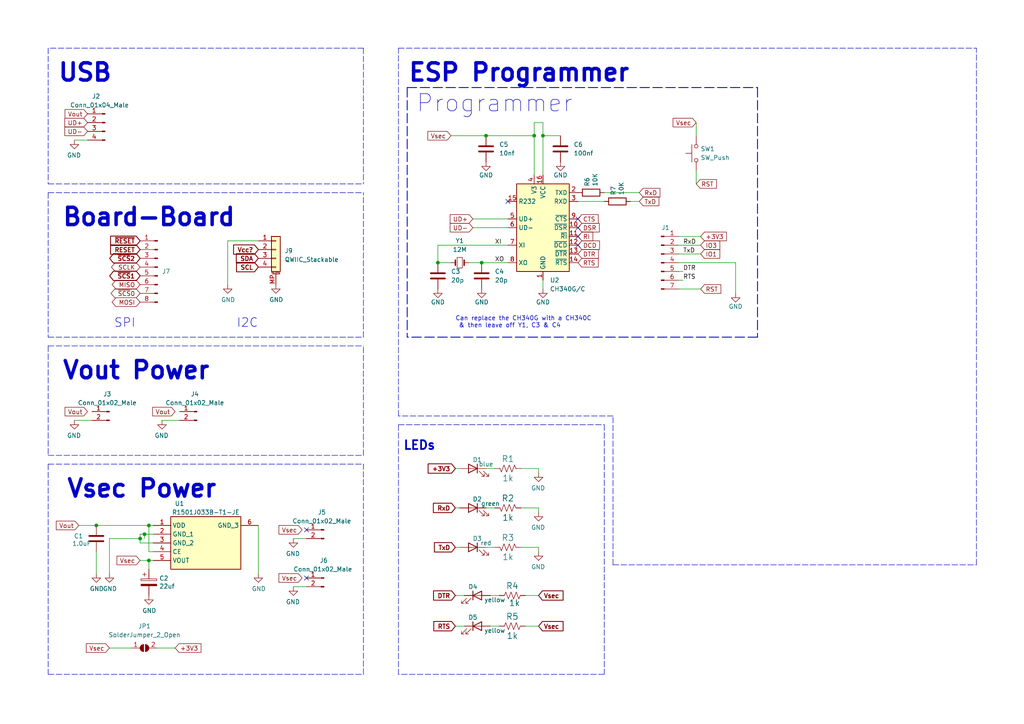
<source format=kicad_sch>
(kicad_sch (version 20211123) (generator eeschema)
  (paper "A4")
  (title_block (title "Programmer") (rev "0.2.4") (company "The Nerd Mage"))
  (lib_symbols
    (symbol "Connector:Conn_01x02_Male" (pin_names (offset 1.016) hide)
      (property "Reference" "J" (at 0 2.54 0))
      (property "Value" "Conn_01x02_Male" (at 0 -5.08 0))
      (symbol "Conn_01x02_Male_1_1"
        (polyline (pts (xy 1.27 -2.54) (xy 0.8636 -2.54)) (stroke (width 0.1524)))
        (polyline (pts (xy 1.27 0) (xy 0.8636 0)) (stroke (width 0.1524)))
        (rectangle (start 0.8636 -2.413) (end 0 -2.667) (stroke (width 0.1524)) (fill (type outline)))
        (rectangle (start 0.8636 0.127) (end 0 -0.127) (stroke (width 0.1524)) (fill (type outline)))
        (pin passive line (at 5.08 0 180) (length 3.81) (name "Pin_1") (number "1"))
        (pin passive line (at 5.08 -2.54 180) (length 3.81) (name "Pin_2") (number "2"))
      )
    )
    (symbol "Connector:Conn_01x04_Male" (pin_names (offset 1.016) hide)
      (property "Reference" "J" (at 0 5.08 0))
      (property "Value" "Conn_01x04_Male" (at 0 -7.62 0))
      (symbol "Conn_01x04_Male_1_1"
        (polyline (pts (xy 1.27 -5.08) (xy 0.8636 -5.08)) (stroke (width 0.1524)))
        (polyline (pts (xy 1.27 -2.54) (xy 0.8636 -2.54)) (stroke (width 0.1524)))
        (polyline (pts (xy 1.27 0) (xy 0.8636 0)) (stroke (width 0.1524)))
        (polyline (pts (xy 1.27 2.54) (xy 0.8636 2.54)) (stroke (width 0.1524)))
        (rectangle (start 0.8636 -4.953) (end 0 -5.207) (stroke (width 0.1524)) (fill (type outline)))
        (rectangle (start 0.8636 -2.413) (end 0 -2.667) (stroke (width 0.1524)) (fill (type outline)))
        (rectangle (start 0.8636 0.127) (end 0 -0.127) (stroke (width 0.1524)) (fill (type outline)))
        (rectangle (start 0.8636 2.667) (end 0 2.413) (stroke (width 0.1524)) (fill (type outline)))
        (pin passive line (at 5.08 2.54 180) (length 3.81) (name "Pin_1") (number "1"))
        (pin passive line (at 5.08 0 180) (length 3.81) (name "Pin_2") (number "2"))
        (pin passive line (at 5.08 -2.54 180) (length 3.81) (name "Pin_3") (number "3"))
        (pin passive line (at 5.08 -5.08 180) (length 3.81) (name "Pin_4") (number "4"))
      )
    )
    (symbol "Connector:Conn_01x07_Male" (pin_names (offset 1.016) hide)
      (property "Reference" "J" (at 0 10.16 0))
      (property "Value" "Conn_01x07_Male" (at 0 -10.16 0))
      (symbol "Conn_01x07_Male_1_1"
        (polyline (pts (xy 1.27 -7.62) (xy 0.8636 -7.62)) (stroke (width 0.1524)))
        (polyline (pts (xy 1.27 -5.08) (xy 0.8636 -5.08)) (stroke (width 0.1524)))
        (polyline (pts (xy 1.27 -2.54) (xy 0.8636 -2.54)) (stroke (width 0.1524)))
        (polyline (pts (xy 1.27 0) (xy 0.8636 0)) (stroke (width 0.1524)))
        (polyline (pts (xy 1.27 2.54) (xy 0.8636 2.54)) (stroke (width 0.1524)))
        (polyline (pts (xy 1.27 5.08) (xy 0.8636 5.08)) (stroke (width 0.1524)))
        (polyline (pts (xy 1.27 7.62) (xy 0.8636 7.62)) (stroke (width 0.1524)))
        (rectangle (start 0.8636 -7.493) (end 0 -7.747) (stroke (width 0.1524)) (fill (type outline)))
        (rectangle (start 0.8636 -4.953) (end 0 -5.207) (stroke (width 0.1524)) (fill (type outline)))
        (rectangle (start 0.8636 -2.413) (end 0 -2.667) (stroke (width 0.1524)) (fill (type outline)))
        (rectangle (start 0.8636 0.127) (end 0 -0.127) (stroke (width 0.1524)) (fill (type outline)))
        (rectangle (start 0.8636 2.667) (end 0 2.413) (stroke (width 0.1524)) (fill (type outline)))
        (rectangle (start 0.8636 5.207) (end 0 4.953) (stroke (width 0.1524)) (fill (type outline)))
        (rectangle (start 0.8636 7.747) (end 0 7.493) (stroke (width 0.1524)) (fill (type outline)))
        (pin passive line (at 5.08 7.62 180) (length 3.81) (name "Pin_1") (number "1"))
        (pin passive line (at 5.08 5.08 180) (length 3.81) (name "Pin_2") (number "2"))
        (pin passive line (at 5.08 2.54 180) (length 3.81) (name "Pin_3") (number "3"))
        (pin passive line (at 5.08 0 180) (length 3.81) (name "Pin_4") (number "4"))
        (pin passive line (at 5.08 -2.54 180) (length 3.81) (name "Pin_5") (number "5"))
        (pin passive line (at 5.08 -5.08 180) (length 3.81) (name "Pin_6") (number "6"))
        (pin passive line (at 5.08 -7.62 180) (length 3.81) (name "Pin_7") (number "7"))
      )
    )
    (symbol "Connector:Conn_01x08_Male" (pin_names (offset 1.016) hide)
      (property "Reference" "J" (at 0 10.16 0))
      (property "Value" "Conn_01x08_Male" (at 0 -12.7 0))
      (symbol "Conn_01x08_Male_1_1"
        (polyline (pts (xy 1.27 -10.16) (xy 0.8636 -10.16)) (stroke (width 0.1524)))
        (polyline (pts (xy 1.27 -7.62) (xy 0.8636 -7.62)) (stroke (width 0.1524)))
        (polyline (pts (xy 1.27 -5.08) (xy 0.8636 -5.08)) (stroke (width 0.1524)))
        (polyline (pts (xy 1.27 -2.54) (xy 0.8636 -2.54)) (stroke (width 0.1524)))
        (polyline (pts (xy 1.27 0) (xy 0.8636 0)) (stroke (width 0.1524)))
        (polyline (pts (xy 1.27 2.54) (xy 0.8636 2.54)) (stroke (width 0.1524)))
        (polyline (pts (xy 1.27 5.08) (xy 0.8636 5.08)) (stroke (width 0.1524)))
        (polyline (pts (xy 1.27 7.62) (xy 0.8636 7.62)) (stroke (width 0.1524)))
        (rectangle (start 0.8636 -10.033) (end 0 -10.287) (stroke (width 0.1524)) (fill (type outline)))
        (rectangle (start 0.8636 -7.493) (end 0 -7.747) (stroke (width 0.1524)) (fill (type outline)))
        (rectangle (start 0.8636 -4.953) (end 0 -5.207) (stroke (width 0.1524)) (fill (type outline)))
        (rectangle (start 0.8636 -2.413) (end 0 -2.667) (stroke (width 0.1524)) (fill (type outline)))
        (rectangle (start 0.8636 0.127) (end 0 -0.127) (stroke (width 0.1524)) (fill (type outline)))
        (rectangle (start 0.8636 2.667) (end 0 2.413) (stroke (width 0.1524)) (fill (type outline)))
        (rectangle (start 0.8636 5.207) (end 0 4.953) (stroke (width 0.1524)) (fill (type outline)))
        (rectangle (start 0.8636 7.747) (end 0 7.493) (stroke (width 0.1524)) (fill (type outline)))
        (pin passive line (at 5.08 7.62 180) (length 3.81) (name "Pin_1") (number "1"))
        (pin passive line (at 5.08 5.08 180) (length 3.81) (name "Pin_2") (number "2"))
        (pin passive line (at 5.08 2.54 180) (length 3.81) (name "Pin_3") (number "3"))
        (pin passive line (at 5.08 0 180) (length 3.81) (name "Pin_4") (number "4"))
        (pin passive line (at 5.08 -2.54 180) (length 3.81) (name "Pin_5") (number "5"))
        (pin passive line (at 5.08 -5.08 180) (length 3.81) (name "Pin_6") (number "6"))
        (pin passive line (at 5.08 -7.62 180) (length 3.81) (name "Pin_7") (number "7"))
        (pin passive line (at 5.08 -10.16 180) (length 3.81) (name "Pin_8") (number "8"))
      )
    )
    (symbol "Connector_QWIIC_Stackable:QWIIC_Stackable" (pin_names (offset 1.016) hide)
      (property "Reference" "J" (at 0 5.08 0))
      (property "Value" "QWIIC_Stackable" (at 1.27 -7.62 0))
      (symbol "QWIIC_Stackable_1_1"
        (rectangle (start -1.27 -4.953) (end 0 -5.207) (stroke (width 0.1524)))
        (rectangle (start -1.27 -2.413) (end 0 -2.667) (stroke (width 0.1524)))
        (rectangle (start -1.27 0.127) (end 0 -0.127) (stroke (width 0.1524)))
        (rectangle (start -1.27 2.667) (end 0 2.413) (stroke (width 0.1524)))
        (rectangle (start -1.27 3.81) (end 1.27 -6.35) (stroke (width 0.254)) (fill (type background)))
        (polyline (pts (xy -1.016 -7.112) (xy 1.016 -7.112)) (stroke (width 0.1524)))
        (text "Mounting" (at 0 -6.731 0) (effects (font (size 0.381 0.381))))
        (pin passive line (at -5.08 2.54 0) (length 3.81) (name "Pin_1") (number "1"))
        (pin passive line (at -5.08 0 0) (length 3.81) (name "Pin_2") (number "2"))
        (pin passive line (at -5.08 -2.54 0) (length 3.81) (name "Pin_3") (number "3"))
        (pin passive line (at -5.08 -5.08 0) (length 3.81) (name "Pin_4") (number "4"))
        (pin passive line (at 0 -10.16 90) (length 3.048) (name "MountPin") (number "MP"))
      )
    )
    (symbol "Device:C" (pin_numbers hide) (pin_names (offset 0.254))
      (property "Reference" "C" (at 0.635 2.54 0))
      (property "Value" "C" (at 0.635 -2.54 0))
      (symbol "C_0_1"
        (polyline (pts (xy -2.032 -0.762) (xy 2.032 -0.762)) (stroke (width 0.508)))
        (polyline (pts (xy -2.032 0.762) (xy 2.032 0.762)) (stroke (width 0.508)))
      )
      (symbol "C_1_1"
        (pin passive line (at 0 3.81 270) (length 2.794) (name "~") (number "1"))
        (pin passive line (at 0 -3.81 90) (length 2.794) (name "~") (number "2"))
      )
    )
    (symbol "Device:CP" (pin_numbers hide) (pin_names (offset 0.254))
      (property "Reference" "C" (at 0.635 2.54 0))
      (property "Value" "Device_CP" (at 0.635 -2.54 0))
      (symbol "CP_0_1"
        (rectangle (start -2.286 0.508) (end 2.286 1.016))
        (polyline (pts (xy -1.778 2.286) (xy -0.762 2.286)))
        (polyline (pts (xy -1.27 2.794) (xy -1.27 1.778)))
        (rectangle (start 2.286 -0.508) (end -2.286 -1.016) (fill (type outline)))
      )
      (symbol "CP_1_1"
        (pin passive line (at 0 3.81 270) (length 2.794) (name "~") (number "1"))
        (pin passive line (at 0 -3.81 90) (length 2.794) (name "~") (number "2"))
      )
    )
    (symbol "Device:Crystal_Small" (pin_numbers hide) (pin_names (offset 1.016) hide)
      (property "Reference" "Y" (at 0 2.54 0))
      (property "Value" "Crystal_Small" (at 0 -2.54 0))
      (symbol "Crystal_Small_0_1"
        (rectangle (start -0.762 -1.524) (end 0.762 1.524))
        (polyline (pts (xy -1.27 -0.762) (xy -1.27 0.762)) (stroke (width 0.381)))
        (polyline (pts (xy 1.27 -0.762) (xy 1.27 0.762)) (stroke (width 0.381)))
      )
      (symbol "Crystal_Small_1_1"
        (pin passive line (at -2.54 0 0) (length 1.27) (name "1") (number "1"))
        (pin passive line (at 2.54 0 180) (length 1.27) (name "2") (number "2"))
      )
    )
    (symbol "Device:LED" (pin_numbers hide) (pin_names (offset 1.016) hide)
      (property "Reference" "D" (at 0 2.54 0))
      (property "Value" "LED" (at 0 -2.54 0))
      (symbol "LED_0_1"
        (polyline (pts (xy -1.27 -1.27) (xy -1.27 1.27)) (stroke (width 0.254)))
        (polyline (pts (xy -1.27 0) (xy 1.27 0)))
        (polyline (pts (xy 1.27 -1.27) (xy 1.27 1.27) (xy -1.27 0) (xy 1.27 -1.27)) (stroke (width 0.254)))
        (polyline (pts (xy -3.048 -0.762) (xy -4.572 -2.286) (xy -3.81 -2.286) (xy -4.572 -2.286) (xy -4.572 -1.524)))
        (polyline (pts (xy -1.778 -0.762) (xy -3.302 -2.286) (xy -2.54 -2.286) (xy -3.302 -2.286) (xy -3.302 -1.524)))
      )
      (symbol "LED_1_1"
        (pin passive line (at -3.81 0 0) (length 2.54) (name "K") (number "1"))
        (pin passive line (at 3.81 0 180) (length 2.54) (name "A") (number "2"))
      )
    )
    (symbol "Device:R" (pin_numbers hide) (pin_names (offset 0))
      (property "Reference" "R" (at 2.032 0 90))
      (property "Value" "R" (at 0 0 90))
      (symbol "R_0_1"
        (rectangle (start -1.016 -2.54) (end 1.016 2.54) (stroke (width 0.254)))
      )
      (symbol "R_1_1"
        (pin passive line (at 0 3.81 270) (length 1.27) (name "~") (number "1"))
        (pin passive line (at 0 -3.81 90) (length 1.27) (name "~") (number "2"))
      )
    )
    (symbol "Device:R_US" (pin_numbers hide) (pin_names (offset 0))
      (property "Reference" "R" (at 2.54 0 90))
      (property "Value" "R_US" (at -2.54 0 90))
      (symbol "R_US_0_1"
        (polyline (pts (xy 0 -2.286) (xy 0 -2.54)))
        (polyline (pts (xy 0 2.286) (xy 0 2.54)))
        (polyline (pts (xy 0 -0.762) (xy 1.016 -1.143) (xy 0 -1.524) (xy -1.016 -1.905) (xy 0 -2.286)))
        (polyline (pts (xy 0 0.762) (xy 1.016 0.381) (xy 0 0) (xy -1.016 -0.381) (xy 0 -0.762)))
        (polyline (pts (xy 0 2.286) (xy 1.016 1.905) (xy 0 1.524) (xy -1.016 1.143) (xy 0 0.762)))
      )
      (symbol "R_US_1_1"
        (pin passive line (at 0 3.81 270) (length 1.27) (name "~") (number "1"))
        (pin passive line (at 0 -3.81 90) (length 1.27) (name "~") (number "2"))
      )
    )
    (symbol "Interface_USB:CH340G"
      (property "Reference" "U" (at -5.08 13.97 0))
      (property "Value" "CH340G" (at 1.27 13.97 0))
      (symbol "CH340G_0_1"
        (rectangle (start -7.62 12.7) (end 7.62 -12.7) (stroke (width 0.254)) (fill (type background)))
      )
      (symbol "CH340G_1_1"
        (pin power_in line (at 0 -15.24 90) (length 2.54) (name "GND") (number "1"))
        (pin input line (at 10.16 0 180) (length 2.54) (name "~{DSR}") (number "10"))
        (pin input line (at 10.16 -2.54 180) (length 2.54) (name "~{RI}") (number "11"))
        (pin input line (at 10.16 -5.08 180) (length 2.54) (name "~{DCD}") (number "12"))
        (pin output line (at 10.16 -7.62 180) (length 2.54) (name "~{DTR}") (number "13"))
        (pin output line (at 10.16 -10.16 180) (length 2.54) (name "~{RTS}") (number "14"))
        (pin input line (at -10.16 7.62 0) (length 2.54) (name "R232") (number "15"))
        (pin power_in line (at 0 15.24 270) (length 2.54) (name "VCC") (number "16"))
        (pin output line (at 10.16 10.16 180) (length 2.54) (name "TXD") (number "2"))
        (pin input line (at 10.16 7.62 180) (length 2.54) (name "RXD") (number "3"))
        (pin passive line (at -2.54 15.24 270) (length 2.54) (name "V3") (number "4"))
        (pin bidirectional line (at -10.16 2.54 0) (length 2.54) (name "UD+") (number "5"))
        (pin bidirectional line (at -10.16 0 0) (length 2.54) (name "UD-") (number "6"))
        (pin input line (at -10.16 -5.08 0) (length 2.54) (name "XI") (number "7"))
        (pin output line (at -10.16 -10.16 0) (length 2.54) (name "XO") (number "8"))
        (pin input line (at 10.16 2.54 180) (length 2.54) (name "~{CTS}") (number "9"))
      )
    )
    (symbol "Jumper:SolderJumper_2_Open" (pin_names (offset 0) hide)
      (property "Reference" "JP" (at 0 2.032 0))
      (property "Value" "SolderJumper_2_Open" (at 0 -2.54 0))
      (symbol "SolderJumper_2_Open_0_1"
        (arc (start -0.254 1.016) (mid -1.27 0) (end -0.254 -1.016))
        (arc (start -0.254 1.016) (mid -1.27 0) (end -0.254 -1.016) (fill (type outline)))
        (polyline (pts (xy -0.254 1.016) (xy -0.254 -1.016)))
        (polyline (pts (xy 0.254 1.016) (xy 0.254 -1.016)))
        (arc (start 0.254 -1.016) (mid 1.27 0) (end 0.254 1.016))
        (arc (start 0.254 -1.016) (mid 1.27 0) (end 0.254 1.016) (fill (type outline)))
      )
      (symbol "SolderJumper_2_Open_1_1"
        (pin passive line (at -3.81 0 0) (length 2.54) (name "A") (number "1"))
        (pin passive line (at 3.81 0 180) (length 2.54) (name "B") (number "2"))
      )
    )
    (symbol "R1501J033B-T1-JE:R1501J033B-T1-JE"
      (property "Reference" "U" (at 0 0 0))
      (property "Value" "R1501J033B-T1-JE" (at 2.54 8.89 0))
      (symbol "R1501J033B-T1-JE_1_1"
        (rectangle (start 5.08 2.54) (end 25.4 -12.7) (stroke (width 0.254)) (fill (type background)))
        (pin passive line (at 0 0 0) (length 5.08) (name "VDD") (number "1"))
        (pin passive line (at 0 -2.54 0) (length 5.08) (name "GND_1") (number "2"))
        (pin passive line (at 0 -5.08 0) (length 5.08) (name "GND_2") (number "3"))
        (pin passive line (at 0 -7.62 0) (length 5.08) (name "CE") (number "4"))
        (pin passive line (at 0 -10.16 0) (length 5.08) (name "VOUT") (number "5"))
        (pin passive line (at 30.48 0 180) (length 5.08) (name "GND_3") (number "6"))
      )
    )
    (symbol "Switch:SW_Push" (pin_numbers hide) (pin_names (offset 1.016) hide)
      (property "Reference" "SW" (at 1.27 2.54 0))
      (property "Value" "SW_Push" (at 0 -1.524 0))
      (symbol "SW_Push_0_1"
        (circle (center -2.032 0) (radius 0.508))
        (polyline (pts (xy 0 1.27) (xy 0 3.048)))
        (polyline (pts (xy 2.54 1.27) (xy -2.54 1.27)))
        (circle (center 2.032 0) (radius 0.508))
        (pin passive line (at -5.08 0 0) (length 2.54) (name "1") (number "1"))
        (pin passive line (at 5.08 0 180) (length 2.54) (name "2") (number "2"))
      )
    )
    (symbol "power:GND" (power) (pin_names (offset 0))
      (property "Value" "GND" (at 0 -3.81 0))
      (symbol "GND_0_1"
        (polyline (pts (xy 0 0) (xy 0 -1.27) (xy 1.27 -1.27) (xy 0 -2.54) (xy -1.27 -1.27) (xy 0 -1.27)))
      )
      (symbol "GND_1_1"
        (pin power_in line (at 0 0 270) (length 0) hide (name "GND") (number "1"))
      )
    )
  )
  (junction (at 139.7 76.2))
  (junction (at 43.18 162.56))
  (junction (at 40.64 156.21))
  (junction (at 41.91 154.94))
  (junction (at 140.97 39.37))
  (junction (at 157.48 39.37))
  (junction (at 127 76.2))
  (junction (at 154.94 39.37))
  (junction (at 27.94 152.4))
  (junction (at 43.18 152.4))
  (no_connect (at 88.9 153.67))
  (no_connect (at 167.64 68.58))
  (no_connect (at 167.64 63.5))
  (no_connect (at 147.32 58.42))
  (no_connect (at 167.64 71.12))
  (no_connect (at 167.64 66.04))
  (no_connect (at 88.9 167.64))
  (polyline (pts (xy 115.57 123.19) (xy 175.26 123.19)))
  (wire (pts (xy 132.08 172.72) (xy 134.62 172.72)))
  (wire (pts (xy 154.94 39.37) (xy 154.94 35.56)))
  (polyline (pts (xy 13.97 13.97) (xy 13.97 53.34)))
  (wire (pts (xy 31.75 187.96) (xy 38.1 187.96)))
  (wire (pts (xy 127 71.12) (xy 127 76.2)))
  (wire (pts (xy 127 76.2) (xy 130.81 76.2)))
  (polyline (pts (xy 13.97 53.34) (xy 105.41 53.34)))
  (wire (pts (xy 152.4 172.72) (xy 156.21 172.72)))
  (wire (pts (xy 127 71.12) (xy 147.32 71.12)))
  (wire (pts (xy 45.72 187.96) (xy 50.8 187.96)))
  (wire (pts (xy 40.64 156.21) (xy 40.64 157.48)))
  (wire (pts (xy 130.81 39.37) (xy 140.97 39.37)))
  (wire (pts (xy 142.24 172.72) (xy 144.78 172.72)))
  (wire (pts (xy 27.94 152.4) (xy 43.18 152.4)))
  (polyline (pts (xy 13.97 134.62) (xy 105.41 134.62)))
  (wire (pts (xy 43.18 160.02) (xy 43.18 152.4)))
  (wire (pts (xy 43.18 152.4) (xy 44.45 152.4)))
  (polyline (pts (xy 175.26 195.58) (xy 115.57 195.58)))
  (wire (pts (xy 213.36 85.09) (xy 213.36 76.2)))
  (wire (pts (xy 156.21 158.75) (xy 156.21 160.02)))
  (polyline (pts (xy 13.97 100.33) (xy 13.97 132.08)))
  (wire (pts (xy 74.93 69.85) (xy 66.04 69.85)))
  (wire (pts (xy 156.21 147.32) (xy 156.21 148.59)))
  (wire (pts (xy 157.48 39.37) (xy 157.48 50.8)))
  (wire (pts (xy 44.45 160.02) (xy 43.18 160.02)))
  (wire (pts (xy 213.36 76.2) (xy 196.85 76.2)))
  (wire (pts (xy 133.35 158.75) (xy 132.08 158.75)))
  (wire (pts (xy 41.91 156.21) (xy 41.91 154.94)))
  (wire (pts (xy 196.85 81.28) (xy 198.12 81.28)))
  (polyline (pts (xy 13.97 97.79) (xy 105.41 97.79)))
  (polyline (pts (xy 13.97 132.08) (xy 105.41 132.08)))
  (wire (pts (xy 156.21 158.75) (xy 151.13 158.75)))
  (wire (pts (xy 196.85 83.82) (xy 203.2 83.82)))
  (wire (pts (xy 74.93 152.4) (xy 74.93 166.37)))
  (polyline (pts (xy 219.71 25.4) (xy 219.71 97.79)) (stroke (width 0.25)))
  (polyline (pts (xy 105.41 13.97) (xy 105.41 53.34)))
  (wire (pts (xy 25.4 40.64) (xy 21.59 40.64)))
  (wire (pts (xy 22.86 152.4) (xy 27.94 152.4)))
  (polyline (pts (xy 13.97 134.62) (xy 13.97 195.58)))
  (wire (pts (xy 157.48 35.56) (xy 157.48 39.37)))
  (polyline (pts (xy 13.97 195.58) (xy 105.41 195.58)))
  (wire (pts (xy 157.48 83.82) (xy 157.48 81.28)))
  (wire (pts (xy 43.18 162.56) (xy 43.18 165.1)))
  (wire (pts (xy 133.35 135.89) (xy 132.08 135.89)))
  (wire (pts (xy 182.88 58.42) (xy 185.42 58.42)))
  (polyline (pts (xy 115.57 120.65) (xy 115.57 13.97)))
  (wire (pts (xy 43.18 162.56) (xy 44.45 162.56)))
  (wire (pts (xy 157.48 39.37) (xy 162.56 39.37)))
  (polyline (pts (xy 118.11 25.4) (xy 219.71 25.4)) (stroke (width 0.25)))
  (wire (pts (xy 88.9 170.18) (xy 85.09 170.18)))
  (wire (pts (xy 152.4 181.61) (xy 156.21 181.61)))
  (wire (pts (xy 156.21 147.32) (xy 151.13 147.32)))
  (wire (pts (xy 40.64 157.48) (xy 44.45 157.48)))
  (polyline (pts (xy 115.57 123.19) (xy 115.57 195.58)))
  (polyline (pts (xy 115.57 13.97) (xy 283.21 13.97)))
  (polyline (pts (xy 177.8 120.65) (xy 115.57 120.65)))
  (polyline (pts (xy 118.11 25.4) (xy 118.11 97.79)) (stroke (width 0.25)))
  (wire (pts (xy 196.85 73.66) (xy 203.2 73.66)))
  (wire (pts (xy 46.99 121.92) (xy 52.07 121.92)))
  (wire (pts (xy 21.59 121.92) (xy 26.67 121.92)))
  (polyline (pts (xy 177.8 163.83) (xy 177.8 120.65)))
  (wire (pts (xy 167.64 58.42) (xy 175.26 58.42)))
  (wire (pts (xy 27.94 160.02) (xy 27.94 166.37)))
  (wire (pts (xy 154.94 35.56) (xy 157.48 35.56)))
  (wire (pts (xy 137.16 66.04) (xy 147.32 66.04)))
  (polyline (pts (xy 105.41 132.08) (xy 105.41 100.33)))
  (wire (pts (xy 137.16 63.5) (xy 147.32 63.5)))
  (wire (pts (xy 175.26 55.88) (xy 185.42 55.88)))
  (wire (pts (xy 196.85 78.74) (xy 198.12 78.74)))
  (wire (pts (xy 201.93 49.53) (xy 201.93 53.34)))
  (wire (pts (xy 44.45 154.94) (xy 41.91 154.94)))
  (wire (pts (xy 154.94 39.37) (xy 140.97 39.37)))
  (wire (pts (xy 196.85 68.58) (xy 203.2 68.58)))
  (wire (pts (xy 143.51 135.89) (xy 140.97 135.89)))
  (polyline (pts (xy 175.26 123.19) (xy 175.26 195.58)))
  (polyline (pts (xy 105.41 195.58) (xy 105.41 134.62)))
  (wire (pts (xy 133.35 147.32) (xy 132.08 147.32)))
  (polyline (pts (xy 177.8 163.83) (xy 283.21 163.83)))
  (wire (pts (xy 40.64 154.94) (xy 40.64 156.21)))
  (wire (pts (xy 31.75 166.37) (xy 31.75 156.21)))
  (wire (pts (xy 88.9 156.21) (xy 85.09 156.21)))
  (polyline (pts (xy 13.97 55.88) (xy 13.97 97.79)))
  (polyline (pts (xy 219.71 97.79) (xy 118.11 97.79)) (stroke (width 0.25)))
  (wire (pts (xy 66.04 69.85) (xy 66.04 82.55)))
  (wire (pts (xy 156.21 135.89) (xy 156.21 137.16)))
  (wire (pts (xy 41.91 154.94) (xy 40.64 154.94)))
  (wire (pts (xy 156.21 135.89) (xy 151.13 135.89)))
  (wire (pts (xy 132.08 181.61) (xy 134.62 181.61)))
  (polyline (pts (xy 13.97 55.88) (xy 105.41 55.88)))
  (wire (pts (xy 196.85 71.12) (xy 203.2 71.12)))
  (wire (pts (xy 154.94 39.37) (xy 154.94 50.8)))
  (polyline (pts (xy 13.97 100.33) (xy 105.41 100.33)))
  (wire (pts (xy 143.51 147.32) (xy 140.97 147.32)))
  (wire (pts (xy 135.89 76.2) (xy 139.7 76.2)))
  (wire (pts (xy 147.32 76.2) (xy 139.7 76.2)))
  (polyline (pts (xy 105.41 97.79) (xy 105.41 55.88)))
  (wire (pts (xy 142.24 181.61) (xy 144.78 181.61)))
  (polyline (pts (xy 105.41 13.97) (xy 13.97 13.97)))
  (wire (pts (xy 31.75 156.21) (xy 40.64 156.21)))
  (polyline (pts (xy 283.21 163.83) (xy 283.21 13.97)))
  (wire (pts (xy 143.51 158.75) (xy 140.97 158.75)))
  (wire (pts (xy 201.93 35.56) (xy 201.93 39.37)))
  (wire (pts (xy 40.64 162.56) (xy 43.18 162.56)))
  (text "Vout Power" (at 17.78 110.49 0) (effects (font (size 5 5) (thickness 1) bold) (justify left bottom)))
  (text "USB" (at 16.51 24.13 0) (effects (font (size 5 5) (thickness 1) bold) (justify left bottom)))
  (text "Programmer" (at 120.65 33.02 0) (effects (font (size 5 5)) (justify left bottom)))
  (text "LEDs" (at 116.84 130.81 180) (effects (font (size 2.54 2.54) (thickness 0.508) bold) (justify left bottom)))
  (text "Can replace the CH340G with a CH340C\n & then leave off Y1, C3 & C4" (at 132.08 95.25 0) (effects (font (size 1.27 1.27)) (justify left bottom)))
  (text "I2C" (at 68.58 95.25 0) (effects (font (size 2.54 2.54)) (justify left bottom)))
  (text "Board-Board" (at 17.78 66.04 0) (effects (font (size 5 5) (thickness 1) bold) (justify left bottom)))
  (text "ESP Programmer" (at 118.11 24.13 0) (effects (font (size 5 5) (thickness 1) bold) (justify left bottom)))
  (text "Vsec Power" (at 19.05 144.78 0) (effects (font (size 5 5) (thickness 1) bold) (justify left bottom)))
  (text "SPI" (at 33.02 95.25 0) (effects (font (size 2.54 2.54)) (justify left bottom)))
  (label "RTS" (at 198.12 81.28 0))
  (label "TxD" (at 198.12 73.66 0))
  (label "XI" (at 143.51 71.12 0))
  (label "RxD" (at 198.12 71.12 0))
  (label "DTR" (at 198.12 78.74 0))
  (label "XO" (at 143.51 76.2 0))
  (global_label "MOSI" (shape bidirectional) (at 40.64 87.63 180) (property "Intersheet References" "${INTERSHEET_REFS}" (effects hide)))
  (global_label "DTR" (shape input) (at 132.08 172.72 180) (effects (font (thickness 0.254) bold)) (property "Intersheet References" "${INTERSHEET_REFS}" (effects hide)))
  (global_label "~{SCS}0" (shape bidirectional) (at 40.64 85.09 180) (property "Intersheet References" "${INTERSHEET_REFS}" (effects hide)))
  (global_label "UD-" (shape input) (at 137.16 66.04 180) (property "Intersheet References" "${INTERSHEET_REFS}" (effects hide)))
  (global_label "Vout" (shape input) (at 22.86 152.4 180) (property "Intersheet References" "${INTERSHEET_REFS}" (effects hide)))
  (global_label "Vsec" (shape input) (at 156.21 172.72 0) (effects (font (thickness 0.254) bold)) (property "Intersheet References" "${INTERSHEET_REFS}" (effects hide)))
  (global_label "Vcc?" (shape input) (at 74.93 72.39 180) (effects (font (thickness 0.254) bold)) (property "Intersheet References" "${INTERSHEET_REFS}" (effects hide)))
  (global_label "Vout" (shape input) (at 25.4 33.02 180) (property "Intersheet References" "${INTERSHEET_REFS}" (effects hide)))
  (global_label "Vout" (shape input) (at 25.4 119.38 180) (property "Intersheet References" "${INTERSHEET_REFS}" (effects hide)))
  (global_label "RTS" (shape input) (at 167.64 76.2 0) (property "Intersheet References" "${INTERSHEET_REFS}" (effects hide)))
  (global_label "MISO" (shape bidirectional) (at 40.64 82.55 180) (property "Intersheet References" "${INTERSHEET_REFS}" (effects hide)))
  (global_label "DCD" (shape input) (at 167.64 71.12 0) (property "Intersheet References" "${INTERSHEET_REFS}" (effects hide)))
  (global_label "Vout" (shape input) (at 50.8 119.38 180) (property "Intersheet References" "${INTERSHEET_REFS}" (effects hide)))
  (global_label "Vsec" (shape input) (at 156.21 181.61 0) (effects (font (thickness 0.254) bold)) (property "Intersheet References" "${INTERSHEET_REFS}" (effects hide)))
  (global_label "Vsec" (shape input) (at 31.75 187.96 180) (property "Intersheet References" "${INTERSHEET_REFS}" (effects hide)))
  (global_label "UD-" (shape input) (at 25.4 38.1 180) (property "Intersheet References" "${INTERSHEET_REFS}" (effects hide)))
  (global_label "RTS" (shape input) (at 132.08 181.61 180) (effects (font (thickness 0.254) bold)) (property "Intersheet References" "${INTERSHEET_REFS}" (effects hide)))
  (global_label "RST" (shape input) (at 203.2 83.82 0) (property "Intersheet References" "${INTERSHEET_REFS}" (effects hide)))
  (global_label "+3V3" (shape input) (at 132.08 135.89 180) (effects (font (thickness 0.254) bold)) (property "Intersheet References" "${INTERSHEET_REFS}" (effects hide)))
  (global_label "+3V3" (shape input) (at 50.8 187.96 0) (property "Intersheet References" "${INTERSHEET_REFS}" (effects hide)))
  (global_label "RI" (shape input) (at 167.64 68.58 0) (property "Intersheet References" "${INTERSHEET_REFS}" (effects hide)))
  (global_label "Vsec" (shape input) (at 87.63 153.67 180) (property "Intersheet References" "${INTERSHEET_REFS}" (effects hide)))
  (global_label "IO1" (shape input) (at 203.2 73.66 0) (property "Intersheet References" "${INTERSHEET_REFS}" (effects hide)))
  (global_label "Vsec" (shape input) (at 87.63 167.64 180) (property "Intersheet References" "${INTERSHEET_REFS}" (effects hide)))
  (global_label "SDA" (shape input) (at 74.93 74.93 180) (effects (font bold)) (property "Intersheet References" "${INTERSHEET_REFS}" (effects hide)))
  (global_label "Vsec" (shape input) (at 130.81 39.37 180) (property "Intersheet References" "${INTERSHEET_REFS}" (effects hide)))
  (global_label "DTR" (shape input) (at 167.64 73.66 0) (property "Intersheet References" "${INTERSHEET_REFS}" (effects hide)))
  (global_label "RESET" (shape input) (at 40.64 72.39 180) (effects (font (thickness 0.254) bold)) (property "Intersheet References" "${INTERSHEET_REFS}" (effects hide)))
  (global_label "+3V3" (shape input) (at 203.2 68.58 0) (property "Intersheet References" "${INTERSHEET_REFS}" (effects hide)))
  (global_label "Vsec" (shape input) (at 201.93 35.56 180) (property "Intersheet References" "${INTERSHEET_REFS}" (effects hide)))
  (global_label "IO3" (shape input) (at 203.2 71.12 0) (property "Intersheet References" "${INTERSHEET_REFS}" (effects hide)))
  (global_label "CTS" (shape input) (at 167.64 63.5 0) (property "Intersheet References" "${INTERSHEET_REFS}" (effects hide)))
  (global_label "SCLK" (shape bidirectional) (at 40.64 77.47 180) (property "Intersheet References" "${INTERSHEET_REFS}" (effects hide)))
  (global_label "Vsec" (shape input) (at 40.64 162.56 180) (property "Intersheet References" "${INTERSHEET_REFS}" (effects hide)))
  (global_label "TxD" (shape input) (at 132.08 158.75 180) (effects (font (thickness 0.254) bold)) (property "Intersheet References" "${INTERSHEET_REFS}" (effects hide)))
  (global_label "RxD" (shape input) (at 185.42 55.88 0) (property "Intersheet References" "${INTERSHEET_REFS}" (effects hide)))
  (global_label "SCL" (shape input) (at 74.93 77.47 180) (effects (font (thickness 0.254) bold)) (property "Intersheet References" "${INTERSHEET_REFS}" (effects hide)))
  (global_label "~{SCS}2" (shape bidirectional) (at 40.64 74.93 180) (effects (font (thickness 0.254) bold)) (property "Intersheet References" "${INTERSHEET_REFS}" (effects hide)))
  (global_label "~{SCS}1" (shape bidirectional) (at 40.64 80.01 180) (effects (font (thickness 0.254) bold)) (property "Intersheet References" "${INTERSHEET_REFS}" (effects hide)))
  (global_label "RxD" (shape input) (at 132.08 147.32 180) (effects (font (thickness 0.254) bold)) (property "Intersheet References" "${INTERSHEET_REFS}" (effects hide)))
  (global_label "TxD" (shape input) (at 185.42 58.42 0) (property "Intersheet References" "${INTERSHEET_REFS}" (effects hide)))
  (global_label "RST" (shape input) (at 201.93 53.34 0) (property "Intersheet References" "${INTERSHEET_REFS}" (effects hide)))
  (global_label "~{RESET}" (shape input) (at 40.64 69.85 180) (effects (font (thickness 0.254) bold)) (property "Intersheet References" "${INTERSHEET_REFS}" (effects hide)))
  (global_label "UD+" (shape input) (at 137.16 63.5 180) (property "Intersheet References" "${INTERSHEET_REFS}" (effects hide)))
  (global_label "UD+" (shape input) (at 25.4 35.56 180) (property "Intersheet References" "${INTERSHEET_REFS}" (effects hide)))
  (global_label "DSR" (shape input) (at 167.64 66.04 0) (property "Intersheet References" "${INTERSHEET_REFS}" (effects hide)))
  (symbol (lib_id "power:GND") (at 127 83.82 0) (unit 1)
    (property "Reference" "#PWR0113" (effects hide))
    (property "Value" "GND" (at 127 87.63 0))
  )
  (symbol (lib_id "Device:LED") (at 138.43 172.72 0) (unit 1)
    (property "Reference" "D4" (at 137.16 170.18 0))
    (property "Value" "yellow" (at 143.51 173.99 0))
    (property "Footprint" "LED_SMD:LED_0603_1608Metric" (effects hide))
    (property "LCSC" "C434421" (effects hide))
  )
  (symbol (lib_id "power:GND") (at 27.94 166.37 0) (unit 1)
    (property "Reference" "#PWR0101" (effects hide))
    (property "Value" "GND" (at 28.067 170.7642 0))
  )
  (symbol (lib_id "power:GND") (at 213.36 85.09 0) (unit 1)
    (property "Reference" "#PWR0111" (effects hide))
    (property "Value" "GND" (at 213.36 88.9 0))
  )
  (symbol (lib_id "power:GND") (at 31.75 166.37 0) (unit 1)
    (property "Reference" "#PWR0107" (effects hide))
    (property "Value" "GND" (at 31.877 170.7642 0))
  )
  (symbol (lib_id "power:GND") (at 85.09 170.18 0) (mirror y) (unit 1)
    (property "Reference" "#PWR0103" (effects hide))
    (property "Value" "GND" (at 84.963 174.5742 0))
  )
  (symbol (lib_id "Connector:Conn_01x02_Male") (at 31.75 119.38 0) (mirror y) (unit 1) (in_bom no)
    (property "Reference" "J3" (at 31.115 114.3 0))
    (property "Value" "Conn_01x02_Male" (at 31.115 116.84 0))
    (property "Footprint" "Tinker:Board_Stacker_2" (effects hide))
  )
  (symbol (lib_id "Interface_USB:CH340G") (at 157.48 66.04 0) (unit 1)
    (property "Reference" "U2" (at 159.4994 81.28 0) (effects (justify left)))
    (property "Value" "CH340G/C" (at 159.4994 83.82 0) (effects (justify left)))
    (property "Footprint" "Package_SO:SOIC-16_3.9x9.9mm_P1.27mm" (effects hide))
    (property "Datasheet" "http://www.datasheet5.com/pdf-local-2195953" (effects hide))
    (property "LCSC" "C14267/C84681" (effects hide))
  )
  (symbol (lib_id "Device:LED") (at 137.16 135.89 0) (mirror y) (unit 1)
    (property "Reference" "D1" (at 138.43 133.35 0))
    (property "Value" "blue" (at 140.97 134.62 0))
    (property "Footprint" "LED_SMD:LED_0603_1608Metric" (effects hide))
    (property "LCSC" "C434420" (effects hide))
  )
  (symbol (lib_id "Device:C") (at 140.97 43.18 0) (unit 1)
    (property "Reference" "C5" (at 144.78 41.9099 0) (effects (justify left)))
    (property "Value" "10nf" (at 144.78 44.4499 0) (effects (justify left)))
    (property "Footprint" "Capacitor_SMD:C_0603_1608Metric_Pad1.08x0.95mm_HandSolder" (effects hide))
    (property "LCSC" "C161232" (effects hide))
  )
  (symbol (lib_id "power:GND") (at 21.59 40.64 0) (mirror y) (unit 1)
    (property "Reference" "#PWR0106" (effects hide))
    (property "Value" "GND" (at 21.463 45.0342 0))
  )
  (symbol (lib_id "Connector:Conn_01x02_Male") (at 57.15 119.38 0) (mirror y) (unit 1) (in_bom no)
    (property "Reference" "J4" (at 56.515 114.3 0))
    (property "Value" "Conn_01x02_Male" (at 56.515 116.84 0))
    (property "Footprint" "Tinker:Board_Stacker_2" (effects hide))
  )
  (symbol (lib_id "Device:R_US") (at 147.32 135.89 270) (mirror x) (unit 1)
    (property "Reference" "R1" (at 147.32 132.08 90) (effects (font (size 1.778 1.778)) (justify bottom)))
    (property "Value" "1k" (at 147.32 139.7 90) (effects (font (size 1.778 1.778)) (justify top)))
    (property "Footprint" "Resistor_SMD:R_0603_1608Metric" (effects hide))
    (property "LCSC" "C21190" (effects hide))
  )
  (symbol (lib_id "R1501J033B-T1-JE:R1501J033B-T1-JE") (at 44.45 152.4 0) (unit 1)
    (property "Reference" "U1" (at 52.07 146.05 0))
    (property "Value" "R1501J033B-T1-JE" (at 59.69 148.59 0))
    (property "Footprint" "Tinker:R1501J033BT1JE" (effects hide))
    (property "Reference_1" "IC" (effects hide))
    (property "Value_1" "R1501J033B-T1-JE" (effects hide))
    (property "Footprint_1" "R1501J033BT1JE" (effects hide))
    (property "Datasheet_1" "https://www.nisshinbo-microdevices.co.jp/en/pdf/datasheet/r1501-ec.pdf" (effects hide))
    (property "Height" "2.627" (effects hide))
    (property "Manufacturer_Name" "Nisshinbo" (effects hide))
    (property "Manufacturer_Part_Number" "R1501J033B-T1-JE" (effects hide))
    (property "LCSC" "C3748149" (effects hide))
    (property "DigiKey" "2129-R1501J033B-T1-JECT-ND" (effects hide))
  )
  (symbol (lib_id "Connector:Conn_01x02_Male") (at 93.98 153.67 0) (mirror y) (unit 1) (in_bom no)
    (property "Reference" "J5" (at 93.345 148.59 0))
    (property "Value" "Conn_01x02_Male" (at 93.345 151.13 0))
    (property "Footprint" "Tinker:Board_Stacker_2" (effects hide))
  )
  (symbol (lib_id "Device:LED") (at 137.16 158.75 0) (mirror y) (unit 1)
    (property "Reference" "D3" (at 138.43 156.21 0))
    (property "Value" "red" (at 140.97 157.48 0))
    (property "Footprint" "LED_SMD:LED_0603_1608Metric" (effects hide))
    (property "LCSC" "C434420" (effects hide))
  )
  (symbol (lib_id "power:GND") (at 157.48 83.82 0) (unit 1)
    (property "Reference" "#PWR0115" (effects hide))
    (property "Value" "GND" (at 157.48 87.63 0))
  )
  (symbol (lib_id "Device:C") (at 139.7 80.01 0) (unit 1)
    (property "Reference" "C4" (at 143.51 78.7399 0) (effects (justify left)))
    (property "Value" "20p" (at 143.51 81.2799 0) (effects (justify left)))
    (property "Footprint" "Capacitor_SMD:C_0603_1608Metric_Pad1.08x0.95mm_HandSolder" (effects hide))
    (property "LCSC" "C325469" (effects hide))
  )
  (symbol (lib_id "Device:LED") (at 137.16 147.32 0) (mirror y) (unit 1)
    (property "Reference" "D2" (at 138.43 144.78 0))
    (property "Value" "green" (at 142.24 146.05 0))
    (property "Footprint" "LED_SMD:LED_0603_1608Metric" (effects hide))
    (property "LCSC" "C434420" (effects hide))
  )
  (symbol (lib_id "Device:Crystal_Small") (at 133.35 76.2 0) (unit 1)
    (property "Reference" "Y1" (at 133.35 69.85 0))
    (property "Value" "12M" (at 133.35 72.39 0))
    (property "Footprint" "Crystal:Crystal_SMD_5032-2Pin_5.0x3.2mm" (effects hide))
    (property "LCSC" "C2842275" (effects hide))
  )
  (symbol (lib_id "Device:R_US") (at 147.32 158.75 270) (mirror x) (unit 1)
    (property "Reference" "R3" (at 147.32 154.94 90) (effects (font (size 1.778 1.778)) (justify bottom)))
    (property "Value" "1k" (at 147.32 162.56 90) (effects (font (size 1.778 1.778)) (justify top)))
    (property "Footprint" "Resistor_SMD:R_0603_1608Metric" (effects hide))
    (property "LCSC" "C21190" (effects hide))
  )
  (symbol (lib_id "Device:R_US") (at 147.32 147.32 270) (mirror x) (unit 1)
    (property "Reference" "R2" (at 147.32 143.51 90) (effects (font (size 1.778 1.778)) (justify bottom)))
    (property "Value" "1k" (at 147.32 151.13 90) (effects (font (size 1.778 1.778)) (justify top)))
    (property "Footprint" "Resistor_SMD:R_0603_1608Metric" (effects hide))
    (property "LCSC" "C21190" (effects hide))
  )
  (symbol (lib_id "Device:LED") (at 138.43 181.61 0) (unit 1)
    (property "Reference" "D5" (at 137.16 179.07 0))
    (property "Value" "yellow" (at 143.51 182.88 0))
    (property "Footprint" "LED_SMD:LED_0603_1608Metric" (effects hide))
    (property "LCSC" "C434424" (effects hide))
  )
  (symbol (lib_id "power:GND") (at 21.59 121.92 0) (mirror y) (unit 1)
    (property "Reference" "#PWR0104" (effects hide))
    (property "Value" "GND" (at 21.463 126.3142 0))
  )
  (symbol (lib_id "Connector:Conn_01x02_Male") (at 93.98 167.64 0) (mirror y) (unit 1) (in_bom no)
    (property "Reference" "J6" (at 92.71 162.56 0) (effects (justify right)))
    (property "Value" "Conn_01x02_Male" (at 85.09 165.1 0) (effects (justify right)))
    (property "Footprint" "Tinker:Board_Stacker_2" (effects hide))
  )
  (symbol (lib_id "Device:C") (at 27.94 156.21 0) (mirror y) (unit 1)
    (property "Reference" "C1" (at 24.13 156.21 0) (effects (justify left bottom)))
    (property "Value" "1.0uF" (at 26.416 158.369 0) (effects (justify left bottom)))
    (property "Footprint" "Capacitor_SMD:C_0603_1608Metric" (effects hide))
    (property "LCSC" "C559769" (effects hide))
  )
  (symbol (lib_id "Device:R_US") (at 148.59 181.61 90) (unit 1)
    (property "Reference" "R5" (at 148.59 177.8 90) (effects (font (size 1.778 1.778)) (justify bottom)))
    (property "Value" "1k" (at 148.59 185.42 90) (effects (font (size 1.778 1.778)) (justify top)))
    (property "Footprint" "Resistor_SMD:R_0603_1608Metric" (effects hide))
    (property "LCSC" "C21190" (effects hide))
  )
  (symbol (lib_id "power:GND") (at 156.21 137.16 0) (mirror y) (unit 1)
    (property "Reference" "#PWR0110" (effects hide))
    (property "Value" "GND" (at 156.083 141.5542 0))
  )
  (symbol (lib_id "power:GND") (at 162.56 46.99 0) (unit 1)
    (property "Reference" "#PWR0116" (effects hide))
    (property "Value" "GND" (at 162.56 50.8 0))
  )
  (symbol (lib_id "Device:R") (at 171.45 55.88 90) (unit 1)
    (property "Reference" "R6" (at 170.2816 54.102 0) (effects (justify left)))
    (property "Value" "10K" (at 172.593 54.102 0) (effects (justify left)))
    (property "Footprint" "Resistor_SMD:R_0603_1608Metric_Pad0.98x0.95mm_HandSolder" (effects hide))
    (property "LCSC" "C25804" (effects hide))
  )
  (symbol (lib_id "power:GND") (at 74.93 166.37 0) (unit 1)
    (property "Reference" "#PWR0109" (effects hide))
    (property "Value" "GND" (at 75.057 170.7642 0))
  )
  (symbol (lib_id "power:GND") (at 46.99 121.92 0) (mirror y) (unit 1)
    (property "Reference" "#PWR0102" (effects hide))
    (property "Value" "GND" (at 46.863 126.3142 0))
  )
  (symbol (lib_id "Device:C") (at 127 80.01 0) (unit 1)
    (property "Reference" "C3" (at 130.81 78.7399 0) (effects (justify left)))
    (property "Value" "20p" (at 130.81 81.2799 0) (effects (justify left)))
    (property "Footprint" "Capacitor_SMD:C_0603_1608Metric_Pad1.08x0.95mm_HandSolder" (effects hide))
    (property "LCSC" "C325469" (effects hide))
  )
  (symbol (lib_id "power:GND") (at 140.97 46.99 0) (unit 1)
    (property "Reference" "#PWR0114" (effects hide))
    (property "Value" "GND" (at 140.97 50.8 0))
  )
  (symbol (lib_id "Connector_QWIIC_Stackable:QWIIC_Stackable") (at 80.01 72.39 0) (unit 1) (in_bom no)
    (property "Reference" "J9" (at 82.55 72.7455 0) (effects (justify left)))
    (property "Value" "QWIIC_Stackable" (at 82.55 75.2855 0) (effects (justify left)))
    (property "Footprint" "Tinker:QWIIC_Stack_II" (effects hide))
  )
  (symbol (lib_id "Device:R") (at 179.07 58.42 90) (unit 1)
    (property "Reference" "R7" (at 177.9016 56.642 0) (effects (justify left)))
    (property "Value" "10K" (at 180.213 56.642 0) (effects (justify left)))
    (property "Footprint" "Resistor_SMD:R_0603_1608Metric_Pad0.98x0.95mm_HandSolder" (effects hide))
    (property "LCSC" "C25804" (effects hide))
  )
  (symbol (lib_id "power:GND") (at 156.21 148.59 0) (mirror y) (unit 1)
    (property "Reference" "#PWR0119" (effects hide))
    (property "Value" "GND" (at 156.083 152.9842 0))
  )
  (symbol (lib_id "power:GND") (at 43.18 172.72 0) (unit 1)
    (property "Reference" "#PWR0108" (effects hide))
    (property "Value" "GND" (at 43.307 177.1142 0))
  )
  (symbol (lib_id "Device:R_US") (at 148.59 172.72 90) (unit 1)
    (property "Reference" "R4" (at 148.59 168.91 90) (effects (font (size 1.778 1.778)) (justify bottom)))
    (property "Value" "1k" (at 149.225 175.895 90) (effects (font (size 1.778 1.778)) (justify top)))
    (property "Footprint" "Resistor_SMD:R_0603_1608Metric" (effects hide))
    (property "LCSC" "C21190" (effects hide))
  )
  (symbol (lib_id "Device:CP") (at 43.18 168.91 0) (unit 1)
    (property "Reference" "C2" (at 46.1772 167.7416 0) (effects (justify left)))
    (property "Value" "22uf" (at 46.1772 170.053 0) (effects (justify left)))
    (property "Footprint" "Tinker:CP_EIA-6032-28-Tantalumm_HandSolder" (effects hide))
    (property "Datasheet" "http://datasheets.avx.com/TAJ.pdf" (effects hide))
    (property "P/N" "TAJB226M010RNJ" (effects hide))
    (property "LCSC" "C89246" (effects hide))
  )
  (symbol (lib_id "Jumper:SolderJumper_2_Open") (at 41.91 187.96 0) (unit 1) (in_bom no)
    (property "Reference" "JP1" (at 41.91 181.61 0))
    (property "Value" "SolderJumper_2_Open" (at 41.91 184.15 0))
    (property "Footprint" "Tinker:SolderJumper-2_P_Open_Rounded_skinny" (effects hide))
  )
  (symbol (lib_id "Connector:Conn_01x04_Male") (at 30.48 35.56 0) (mirror y) (unit 1) (in_bom no)
    (property "Reference" "J2" (at 26.67 27.94 0) (effects (justify right)))
    (property "Value" "Conn_01x04_Male" (at 20.32 30.48 0) (effects (justify right)))
    (property "Footprint" "Tinker:Board_Stacker_4" (effects hide))
  )
  (symbol (lib_id "power:GND") (at 156.21 160.02 0) (mirror y) (unit 1)
    (property "Reference" "#PWR0120" (effects hide))
    (property "Value" "GND" (at 156.083 164.4142 0))
  )
  (symbol (lib_id "Switch:SW_Push") (at 201.93 44.45 90) (unit 1)
    (property "Reference" "SW1" (at 203.2 43.1799 90) (effects (justify right)))
    (property "Value" "SW_Push" (at 203.2 45.7199 90) (effects (justify right)))
    (property "Footprint" "Tinker:SW_Push_TS273014TP" (effects hide))
    (property "LCSC" "C2858276" (effects hide))
  )
  (symbol (lib_id "power:GND") (at 80.01 82.55 0) (unit 1)
    (property "Reference" "#PWR0123" (effects hide))
    (property "Value" "GND" (at 80.137 86.9442 0))
  )
  (symbol (lib_id "Connector:Conn_01x08_Male") (at 45.72 77.47 0) (mirror y) (unit 1) (in_bom no)
    (property "Reference" "J7" (at 46.99 78.7399 0) (effects (justify right)))
    (property "Value" "Conn_01x08_Male" (effects hide))
    (property "Footprint" "Tinker:PinHeader_2x04_P1.27mm_Vertical" (effects hide))
    (property "LCSC" "C2881786 + C2684732" (effects hide))
  )
  (symbol (lib_id "Device:C") (at 162.56 43.18 0) (unit 1)
    (property "Reference" "C6" (at 166.37 41.9099 0) (effects (justify left)))
    (property "Value" "100nf" (at 166.37 44.4499 0) (effects (justify left)))
    (property "Footprint" "Capacitor_SMD:C_0603_1608Metric_Pad1.08x0.95mm_HandSolder" (effects hide))
    (property "LCSC" "C235731" (effects hide))
  )
  (symbol (lib_id "Connector:Conn_01x07_Male") (at 191.77 76.2 0) (unit 1) (in_bom no)
    (property "Reference" "J1" (at 193.04 66.04 0))
    (property "Value" "Conn_01x07_Male" (effects hide))
    (property "Footprint" "Tinker:Board_Stacker_7" (effects hide))
    (property "Note" "Footprint only" (effects hide))
  )
  (symbol (lib_id "power:GND") (at 66.04 82.55 0) (unit 1)
    (property "Reference" "#PWR0124" (effects hide))
    (property "Value" "GND" (at 66.167 86.9442 0))
  )
  (symbol (lib_id "power:GND") (at 139.7 83.82 0) (unit 1)
    (property "Reference" "#PWR0112" (effects hide))
    (property "Value" "GND" (at 139.7 87.63 0))
  )
  (symbol (lib_id "power:GND") (at 85.09 156.21 0) (mirror y) (unit 1)
    (property "Reference" "#PWR0105" (effects hide))
    (property "Value" "GND" (at 84.963 160.6042 0))
  )
)
</source>
